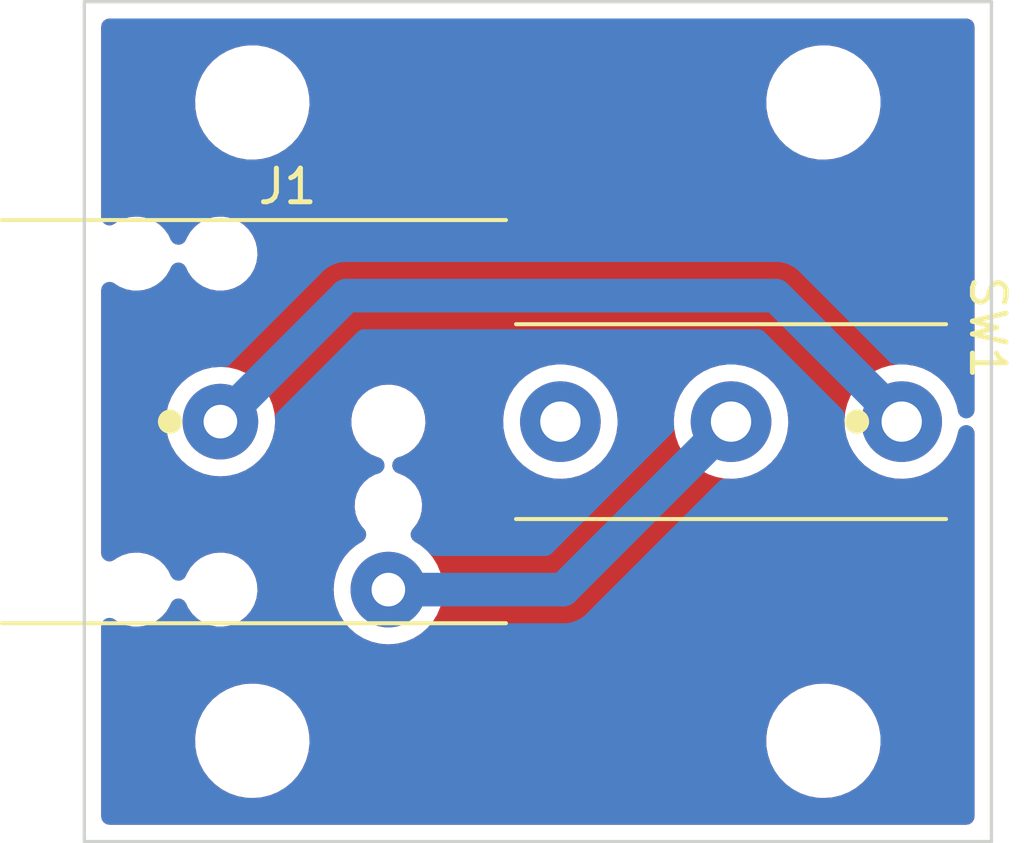
<source format=kicad_pcb>
(kicad_pcb (version 20211014) (generator pcbnew)
  (layers (0 "F.Cu" signal) (31 "B.Cu" signal) (34 "B.Paste" user) (35 "F.Paste" user) (36 "B.SilkS" user "B.Silkscreen") (37 "F.SilkS" user "F.Silkscreen") (38 "B.Mask" user) (39 "F.Mask" user) (44 "Edge.Cuts" user))
  (net 0 "")
  (net 1 "Net-(J1-PadS)")
  (net 2 "Net-(J1-PadT)")
  (footprint "" (layer "F.Cu") (at 73.06 67.12)
    (fp_text reference "" (at 0 0) (layer "F.SilkS") (effects (font (size 1.27 1.27))))
    (fp_text value "" (at 0 0) (layer "F.SilkS") (effects (font (size 1.27 1.27))))
    (pad "" np_thru_hole circle (at -1.06 -0.12) (size 2.4 2.4) (drill 2.4) (layers F&B.Cu *.Mask))
  )
  (footprint "" (layer "F.Cu") (at 53 48)
    (fp_text reference "" (at 0 0) (layer "F.SilkS") (effects (font (size 1.27 1.27))))
    (fp_text value "" (at 0 0) (layer "F.SilkS") (effects (font (size 1.27 1.27))))
    (pad "" np_thru_hole circle (at 2 0) (size 2.4 2.4) (drill 2.4) (layers F&B.Cu *.Mask))
  )
  (footprint "" (layer "F.Cu") (at 72 47.5)
    (fp_text reference "" (at 0 0) (layer "F.SilkS") (effects (font (size 1.27 1.27))))
    (fp_text value "" (at 0 0) (layer "F.SilkS") (effects (font (size 1.27 1.27))))
    (pad "" np_thru_hole circle (at 0 0.5) (size 2.4 2.4) (drill 2.4) (layers F&B.Cu *.Mask))
  )
  (footprint "User_Global_Library:35RAPC2AHN2" (layer "F.Cu") (at 55.05 57.5)
    (fp_text reference "J1" (at 1 -7 unlocked) (layer "F.SilkS"))
    (fp_text value "AudioJack2_Custom")
    (fp_line (start -7.5 -6) (end 7.5 -6) (layer "F.SilkS") (width 0.12))
    (fp_line (start 7.5 6) (end -7.5 6) (layer "F.SilkS") (width 0.12))
    (fp_circle (center -2.5 0) (end -2.2 0) (layer "F.SilkS") (width 0.12) (fill solid))
    (pad "" np_thru_hole circle (at -3.5 5) (size 1.2 1.2) (drill 1.2) (layers F&B.Cu *.Mask))
    (pad "" np_thru_hole circle (at -1 5) (size 1.2 1.2) (drill 1.2) (layers F&B.Cu *.Mask))
    (pad "" np_thru_hole circle (at 4 0) (size 1.2 1.2) (drill 1.2) (layers F&B.Cu *.Mask))
    (pad "" np_thru_hole circle (at -3.5 -5) (size 1.2 1.2) (drill 1.2) (layers F&B.Cu *.Mask))
    (pad "" np_thru_hole circle (at 4 2.5) (size 1 1) (drill 1) (layers F&B.Cu *.Mask))
    (pad "" np_thru_hole circle (at -1 -5) (size 1.2 1.2) (drill 1.2) (layers F&B.Cu *.Mask))
    (pad "S" thru_hole circle (at -1 0) (size 2.25 2.25) (drill 1) (layers *.Cu *.Mask) (net 1 "Net-(J1-PadS)"))
    (pad "T" thru_hole circle (at 4 5) (size 2.25 2.25) (drill 1) (layers *.Cu *.Mask) (net 2 "Net-(J1-PadT)"))
  )
  (footprint "User_Global_Library:SPDT_Limit_Micro_Switch" (layer "F.Cu") (at 69.25 57.5)
    (fp_text reference "SW1" (at 7.64 -2.8 -90 unlocked) (layer "F.SilkS"))
    (fp_text value "SW_Push_SPDT_Custom")
    (fp_line (start -6.4 -2.9) (end 6.4 -2.9) (layer "F.SilkS") (width 0.12))
    (fp_line (start -6.4 2.9) (end 6.4 2.9) (layer "F.SilkS") (width 0.12))
    (fp_circle (center 3.75 0) (end 4.05 0) (layer "F.SilkS") (width 0.12) (fill solid))
    (pad "1" thru_hole circle (at 5.08 0) (size 2.4 2.4) (drill 1.2) (layers *.Cu *.Mask) (net 1 "Net-(J1-PadS)"))
    (pad "2" thru_hole circle (at -5.08 0) (size 2.4 2.4) (drill 1.2) (layers *.Cu *.Mask))
    (pad "3" thru_hole circle (at 0 0) (size 2.4 2.4) (drill 1.2) (layers *.Cu *.Mask) (net 2 "Net-(J1-PadT)"))
  )
  (footprint "" (layer "F.Cu") (at 53 67)
    (fp_text reference "" (at 0 0) (layer "F.SilkS") (effects (font (size 1.27 1.27))))
    (fp_text value "" (at 0 0) (layer "F.SilkS") (effects (font (size 1.27 1.27))))
    (pad "" np_thru_hole circle (at 2 0) (size 2.4 2.4) (drill 2.4) (layers F&B.Cu *.Mask))
  )
  (gr_line (start 50 70) (end 50 45) (layer "Edge.Cuts") (width 0.1))
  (gr_line (start 77 45) (end 77 70) (layer "Edge.Cuts") (width 0.1))
  (gr_line (start 77 70) (end 50 70) (layer "Edge.Cuts") (width 0.1))
  (gr_line (start 50 45) (end 77 45) (layer "Edge.Cuts") (width 0.1))
  (segment (start 57.8 53.75) (end 70.58 53.75) (width 1) (layer "B.Cu") (net 1))
  (segment (start 54.05 57.5) (end 57.8 53.75) (width 1) (layer "B.Cu") (net 1))
  (segment (start 74.3 57.4) (end 74.3 57.5) (width 1) (layer "B.Cu") (net 1))
  (segment (start 70.58 53.75) (end 74.33 57.5) (width 1) (layer "B.Cu") (net 1))
  (segment (start 64.25 62.5) (end 69.25 57.5) (width 1) (layer "B.Cu") (net 2))
  (segment (start 59.05 62.5) (end 64.25 62.5) (width 1) (layer "B.Cu") (net 2))
  (zone (net 0) (net_name "") (layer "F.Cu") (name "FILL") (connect_pads (clearance 0.5)) (min_thickness 0.5) (fill yes (thermal_gap 0.508) (thermal_bridge_width 0.508))
    (polygon (pts (xy 76.99 70) (xy 50 70) (xy 50 45) (xy 77.01 45)))
  )
  (zone (net 0) (net_name "") (layer "B.Cu") (name "BACK_FILL") (connect_pads (clearance 0.5)) (min_thickness 0.5) (fill yes (thermal_gap 0.508) (thermal_bridge_width 0.508))
    (polygon (pts (xy 76.99 70) (xy 50 70) (xy 50 45) (xy 77 45)))
  )
)
</source>
